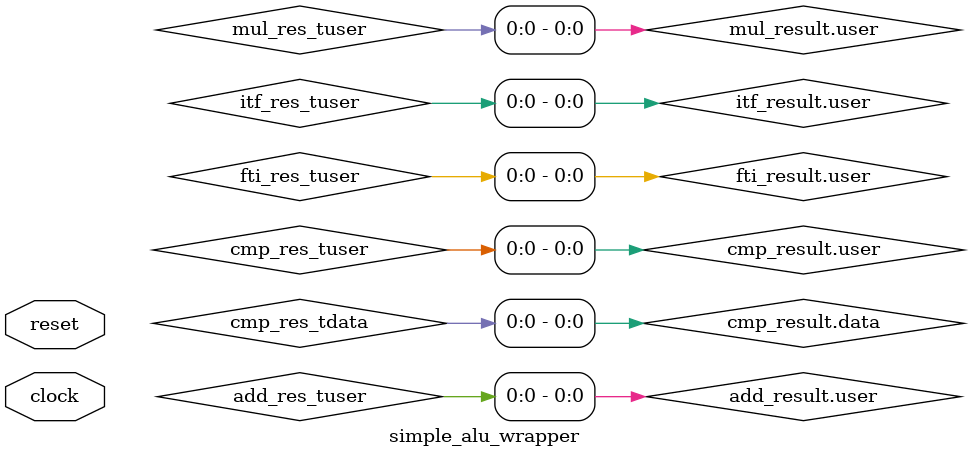
<source format=sv>

`timescale 10ns / 1ns
`include "interfaces.svh"

module simple_alu_wrapper #(parameter REGISTER_ADDR_WIDTH = 32) (
    input wire clock,
    input wire reset,
    axi_stream.slave operand_a,
    axi_stream.slave operand_b,
    axi_stream.slave operation,
    axi_stream.master add_result,
    axi_stream.master cmp_result,
    axi_stream.master fti_result,
    axi_stream.master itf_result,
    axi_stream.master mul_result
);

    wire [31:0] cmp_res_tuser;
    assign cmp_result.user = cmp_res_tuser[REGISTER_ADDR_WIDTH-1:0];
    
    wire [7:0] cmp_res_tdata;
    assign cmp_result.data = {24'b0,cmp_res_tdata};

    wire [31:0] add_res_tuser;
    assign add_result.user = add_res_tuser[REGISTER_ADDR_WIDTH-1:0];

    wire [31:0] fti_res_tuser;
    assign fti_result.user = fti_res_tuser[REGISTER_ADDR_WIDTH-1:0];
    
    wire [31:0] itf_res_tuser;
    assign itf_result.user = itf_res_tuser[REGISTER_ADDR_WIDTH-1:0];
        
    wire [31:0] mul_res_tuser;
    assign mul_result.user = mul_res_tuser[REGISTER_ADDR_WIDTH-1:0];
        
    
    fcore_simple_alu fp_simple_alu_bd(
        .clock(clock),
        .reset(reset),
        // INPUTS
        .adder_a_tdata(operand_a.data),
        .adder_a_tuser(operand_a.user),
        .adder_a_tvalid(operand_a.valid),
        .adder_b_tdata(operand_b.data),
        .adder_b_tvalid(operand_b.valid),
        .adder_op_tdata(operation.data),
        .adder_op_tvalid(operation.valid),
        .comp_a_tdata(operand_a.data),
        .comp_a_tuser(operand_a.user),
        .comp_a_tvalid(operand_a.valid),
        .comp_b_tdata(operand_b.data),
        .comp_b_tvalid(operand_b.valid),
        .fti_b_tdata(operand_b.data),
        .fti_b_tuser(operand_b.user),
        .fti_b_tvalid(operand_b.valid),
        .itf_a_tdata(operand_a.data),
        .itf_a_tuser(operand_a.user),
        .itf_a_tvalid(operand_a.valid),
        .mult_a_tdata(operand_a.data),
        .mult_a_tuser(operand_a.user),
        .mult_a_tvalid(operand_a.valid),
        .mult_b_tdata(operand_b.data),
        .mult_b_tvalid(operand_b.valid),
        // OUTPUTS
        .add_res_tdata(add_result.data),
        .add_res_tuser(add_res_tuser),
        .add_res_tvalid(add_result.valid),
        .cmp_res_tdata(cmp_res_tdata),
        .cmp_res_tuser(cmp_res_tuser),
        .cmp_res_tvalid(cmp_result.valid),
        .fti_res_tdata(fti_result.data),
        .fti_res_tuser(fti_res_tuser),
        .fti_res_tvalid(fti_result.valid),
        .itf_res_tdata(itf_result.data),
        .itf_res_tuser(itf_res_tuser),
        .itf_res_tvalid(itf_result.valid),
        .mul_res_tdata(mul_result.data),
        .mul_res_tuser(mul_res_tuser),
        .mul_res_tvalid(mul_result.valid)
    ); 


endmodule
</source>
